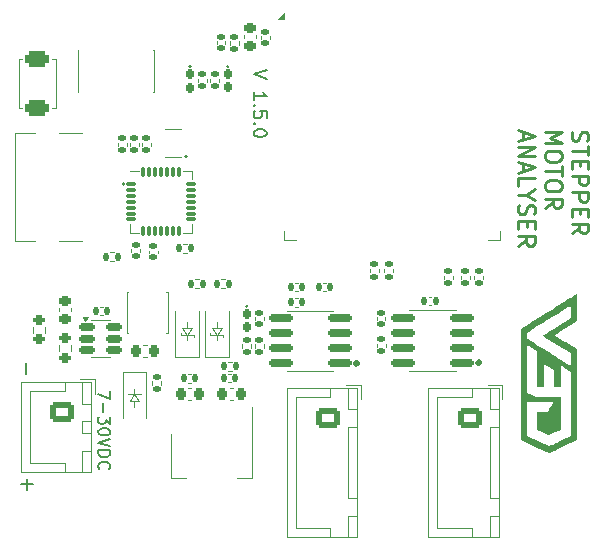
<source format=gbr>
%TF.GenerationSoftware,KiCad,Pcbnew,8.0.6*%
%TF.CreationDate,2025-01-02T16:39:55+00:00*%
%TF.ProjectId,stepper_monitor,73746570-7065-4725-9f6d-6f6e69746f72,rev?*%
%TF.SameCoordinates,Original*%
%TF.FileFunction,Legend,Top*%
%TF.FilePolarity,Positive*%
%FSLAX46Y46*%
G04 Gerber Fmt 4.6, Leading zero omitted, Abs format (unit mm)*
G04 Created by KiCad (PCBNEW 8.0.6) date 2025-01-02 16:39:55*
%MOMM*%
%LPD*%
G01*
G04 APERTURE LIST*
G04 Aperture macros list*
%AMRoundRect*
0 Rectangle with rounded corners*
0 $1 Rounding radius*
0 $2 $3 $4 $5 $6 $7 $8 $9 X,Y pos of 4 corners*
0 Add a 4 corners polygon primitive as box body*
4,1,4,$2,$3,$4,$5,$6,$7,$8,$9,$2,$3,0*
0 Add four circle primitives for the rounded corners*
1,1,$1+$1,$2,$3*
1,1,$1+$1,$4,$5*
1,1,$1+$1,$6,$7*
1,1,$1+$1,$8,$9*
0 Add four rect primitives between the rounded corners*
20,1,$1+$1,$2,$3,$4,$5,0*
20,1,$1+$1,$4,$5,$6,$7,0*
20,1,$1+$1,$6,$7,$8,$9,0*
20,1,$1+$1,$8,$9,$2,$3,0*%
G04 Aperture macros list end*
%ADD10C,0.203200*%
%ADD11C,0.160000*%
%ADD12C,0.155000*%
%ADD13C,0.240000*%
%ADD14C,0.120000*%
%ADD15C,0.170000*%
%ADD16C,0.300000*%
%ADD17C,0.000000*%
%ADD18C,0.100000*%
%ADD19C,0.150000*%
%ADD20RoundRect,0.150000X-0.512500X-0.150000X0.512500X-0.150000X0.512500X0.150000X-0.512500X0.150000X0*%
%ADD21RoundRect,0.200000X0.275000X-0.200000X0.275000X0.200000X-0.275000X0.200000X-0.275000X-0.200000X0*%
%ADD22RoundRect,0.200000X-0.275000X0.200000X-0.275000X-0.200000X0.275000X-0.200000X0.275000X0.200000X0*%
%ADD23R,2.700000X0.800000*%
%ADD24RoundRect,0.225000X-0.250000X0.225000X-0.250000X-0.225000X0.250000X-0.225000X0.250000X0.225000X0*%
%ADD25RoundRect,0.140000X-0.140000X-0.170000X0.140000X-0.170000X0.140000X0.170000X-0.140000X0.170000X0*%
%ADD26RoundRect,0.225000X-0.225000X-0.250000X0.225000X-0.250000X0.225000X0.250000X-0.225000X0.250000X0*%
%ADD27R,1.500000X0.900000*%
%ADD28R,0.900000X1.500000*%
%ADD29C,0.600000*%
%ADD30R,3.800000X3.800000*%
%ADD31RoundRect,0.225000X0.225000X0.250000X-0.225000X0.250000X-0.225000X-0.250000X0.225000X-0.250000X0*%
%ADD32RoundRect,0.140000X0.140000X0.170000X-0.140000X0.170000X-0.140000X-0.170000X0.140000X-0.170000X0*%
%ADD33RoundRect,0.140000X0.170000X-0.140000X0.170000X0.140000X-0.170000X0.140000X-0.170000X-0.140000X0*%
%ADD34RoundRect,0.140000X-0.170000X0.140000X-0.170000X-0.140000X0.170000X-0.140000X0.170000X0.140000X0*%
%ADD35RoundRect,0.135000X-0.185000X0.135000X-0.185000X-0.135000X0.185000X-0.135000X0.185000X0.135000X0*%
%ADD36RoundRect,0.135000X-0.135000X-0.185000X0.135000X-0.185000X0.135000X0.185000X-0.135000X0.185000X0*%
%ADD37RoundRect,0.070000X-0.380000X0.070000X-0.380000X-0.070000X0.380000X-0.070000X0.380000X0.070000X0*%
%ADD38RoundRect,0.070000X-0.070000X0.380000X-0.070000X-0.380000X0.070000X-0.380000X0.070000X0.380000X0*%
%ADD39R,3.200000X3.200000*%
%ADD40C,0.650000*%
%ADD41R,1.150000X0.300000*%
%ADD42R,1.150000X0.600000*%
%ADD43O,2.100000X1.000000*%
%ADD44O,1.800000X1.000000*%
%ADD45RoundRect,0.150000X0.825000X-0.150000X0.825000X0.150000X-0.825000X0.150000X-0.825000X-0.150000X0*%
%ADD46O,1.950000X1.700000*%
%ADD47RoundRect,0.250000X-0.725000X0.600000X-0.725000X-0.600000X0.725000X-0.600000X0.725000X0.600000X0*%
%ADD48R,1.200000X0.900000*%
%ADD49RoundRect,0.135000X0.135000X0.185000X-0.135000X0.185000X-0.135000X-0.185000X0.135000X-0.185000X0*%
%ADD50R,1.500000X2.000000*%
%ADD51R,3.800000X2.000000*%
%ADD52RoundRect,0.350000X-0.650000X0.350000X-0.650000X-0.350000X0.650000X-0.350000X0.650000X0.350000X0*%
%ADD53RoundRect,0.135000X0.185000X-0.135000X0.185000X0.135000X-0.185000X0.135000X-0.185000X-0.135000X0*%
%ADD54RoundRect,0.160000X-0.160000X0.222500X-0.160000X-0.222500X0.160000X-0.222500X0.160000X0.222500X0*%
%ADD55R,0.650000X0.400000*%
%ADD56C,0.800000*%
%ADD57C,6.400000*%
%ADD58RoundRect,0.250000X-0.750000X0.600000X-0.750000X-0.600000X0.750000X-0.600000X0.750000X0.600000X0*%
%ADD59O,2.000000X1.700000*%
%ADD60R,0.740000X2.400000*%
G04 APERTURE END LIST*
D10*
X516190Y3906850D02*
X1483810Y3906850D01*
X1000000Y3423040D02*
X1000000Y4390659D01*
D11*
X21299439Y38989975D02*
X20199439Y38623308D01*
X20199439Y38623308D02*
X21299439Y38256641D01*
X20199439Y36475689D02*
X20199439Y37104261D01*
X20199439Y36789975D02*
X21299439Y36789975D01*
X21299439Y36789975D02*
X21142296Y36894737D01*
X21142296Y36894737D02*
X21037534Y36999499D01*
X21037534Y36999499D02*
X20985153Y37104261D01*
X20304200Y36004261D02*
X20251820Y35951880D01*
X20251820Y35951880D02*
X20199439Y36004261D01*
X20199439Y36004261D02*
X20251820Y36056642D01*
X20251820Y36056642D02*
X20304200Y36004261D01*
X20304200Y36004261D02*
X20199439Y36004261D01*
X21299439Y34956641D02*
X21299439Y35480451D01*
X21299439Y35480451D02*
X20775629Y35532832D01*
X20775629Y35532832D02*
X20828010Y35480451D01*
X20828010Y35480451D02*
X20880391Y35375689D01*
X20880391Y35375689D02*
X20880391Y35113784D01*
X20880391Y35113784D02*
X20828010Y35009022D01*
X20828010Y35009022D02*
X20775629Y34956641D01*
X20775629Y34956641D02*
X20670867Y34904260D01*
X20670867Y34904260D02*
X20408962Y34904260D01*
X20408962Y34904260D02*
X20304200Y34956641D01*
X20304200Y34956641D02*
X20251820Y35009022D01*
X20251820Y35009022D02*
X20199439Y35113784D01*
X20199439Y35113784D02*
X20199439Y35375689D01*
X20199439Y35375689D02*
X20251820Y35480451D01*
X20251820Y35480451D02*
X20304200Y35532832D01*
X20304200Y34432832D02*
X20251820Y34380451D01*
X20251820Y34380451D02*
X20199439Y34432832D01*
X20199439Y34432832D02*
X20251820Y34485213D01*
X20251820Y34485213D02*
X20304200Y34432832D01*
X20304200Y34432832D02*
X20199439Y34432832D01*
X21299439Y33699498D02*
X21299439Y33594736D01*
X21299439Y33594736D02*
X21247058Y33489974D01*
X21247058Y33489974D02*
X21194677Y33437593D01*
X21194677Y33437593D02*
X21089915Y33385212D01*
X21089915Y33385212D02*
X20880391Y33332831D01*
X20880391Y33332831D02*
X20618486Y33332831D01*
X20618486Y33332831D02*
X20408962Y33385212D01*
X20408962Y33385212D02*
X20304200Y33437593D01*
X20304200Y33437593D02*
X20251820Y33489974D01*
X20251820Y33489974D02*
X20199439Y33594736D01*
X20199439Y33594736D02*
X20199439Y33699498D01*
X20199439Y33699498D02*
X20251820Y33804260D01*
X20251820Y33804260D02*
X20304200Y33856641D01*
X20304200Y33856641D02*
X20408962Y33909022D01*
X20408962Y33909022D02*
X20618486Y33961403D01*
X20618486Y33961403D02*
X20880391Y33961403D01*
X20880391Y33961403D02*
X21089915Y33909022D01*
X21089915Y33909022D02*
X21194677Y33856641D01*
X21194677Y33856641D02*
X21247058Y33804260D01*
X21247058Y33804260D02*
X21299439Y33699498D01*
D12*
X8045440Y11833332D02*
X8045440Y11166666D01*
X8045440Y11166666D02*
X7045440Y11595237D01*
X7426393Y10785713D02*
X7426393Y10023809D01*
X8045440Y9642856D02*
X8045440Y9023809D01*
X8045440Y9023809D02*
X7664488Y9357142D01*
X7664488Y9357142D02*
X7664488Y9214285D01*
X7664488Y9214285D02*
X7616869Y9119047D01*
X7616869Y9119047D02*
X7569250Y9071428D01*
X7569250Y9071428D02*
X7474012Y9023809D01*
X7474012Y9023809D02*
X7235917Y9023809D01*
X7235917Y9023809D02*
X7140679Y9071428D01*
X7140679Y9071428D02*
X7093060Y9119047D01*
X7093060Y9119047D02*
X7045440Y9214285D01*
X7045440Y9214285D02*
X7045440Y9499999D01*
X7045440Y9499999D02*
X7093060Y9595237D01*
X7093060Y9595237D02*
X7140679Y9642856D01*
X8045440Y8404761D02*
X8045440Y8309523D01*
X8045440Y8309523D02*
X7997821Y8214285D01*
X7997821Y8214285D02*
X7950202Y8166666D01*
X7950202Y8166666D02*
X7854964Y8119047D01*
X7854964Y8119047D02*
X7664488Y8071428D01*
X7664488Y8071428D02*
X7426393Y8071428D01*
X7426393Y8071428D02*
X7235917Y8119047D01*
X7235917Y8119047D02*
X7140679Y8166666D01*
X7140679Y8166666D02*
X7093060Y8214285D01*
X7093060Y8214285D02*
X7045440Y8309523D01*
X7045440Y8309523D02*
X7045440Y8404761D01*
X7045440Y8404761D02*
X7093060Y8499999D01*
X7093060Y8499999D02*
X7140679Y8547618D01*
X7140679Y8547618D02*
X7235917Y8595237D01*
X7235917Y8595237D02*
X7426393Y8642856D01*
X7426393Y8642856D02*
X7664488Y8642856D01*
X7664488Y8642856D02*
X7854964Y8595237D01*
X7854964Y8595237D02*
X7950202Y8547618D01*
X7950202Y8547618D02*
X7997821Y8499999D01*
X7997821Y8499999D02*
X8045440Y8404761D01*
X8045440Y7785713D02*
X7045440Y7452380D01*
X7045440Y7452380D02*
X8045440Y7119047D01*
X7045440Y6785713D02*
X8045440Y6785713D01*
X8045440Y6785713D02*
X8045440Y6547618D01*
X8045440Y6547618D02*
X7997821Y6404761D01*
X7997821Y6404761D02*
X7902583Y6309523D01*
X7902583Y6309523D02*
X7807345Y6261904D01*
X7807345Y6261904D02*
X7616869Y6214285D01*
X7616869Y6214285D02*
X7474012Y6214285D01*
X7474012Y6214285D02*
X7283536Y6261904D01*
X7283536Y6261904D02*
X7188298Y6309523D01*
X7188298Y6309523D02*
X7093060Y6404761D01*
X7093060Y6404761D02*
X7045440Y6547618D01*
X7045440Y6547618D02*
X7045440Y6785713D01*
X7140679Y5214285D02*
X7093060Y5261904D01*
X7093060Y5261904D02*
X7045440Y5404761D01*
X7045440Y5404761D02*
X7045440Y5499999D01*
X7045440Y5499999D02*
X7093060Y5642856D01*
X7093060Y5642856D02*
X7188298Y5738094D01*
X7188298Y5738094D02*
X7283536Y5785713D01*
X7283536Y5785713D02*
X7474012Y5833332D01*
X7474012Y5833332D02*
X7616869Y5833332D01*
X7616869Y5833332D02*
X7807345Y5785713D01*
X7807345Y5785713D02*
X7902583Y5738094D01*
X7902583Y5738094D02*
X7997821Y5642856D01*
X7997821Y5642856D02*
X8045440Y5499999D01*
X8045440Y5499999D02*
X8045440Y5404761D01*
X8045440Y5404761D02*
X7997821Y5261904D01*
X7997821Y5261904D02*
X7950202Y5214285D01*
D13*
X47185402Y33775439D02*
X47118735Y33575439D01*
X47118735Y33575439D02*
X47118735Y33242106D01*
X47118735Y33242106D02*
X47185402Y33108772D01*
X47185402Y33108772D02*
X47252068Y33042106D01*
X47252068Y33042106D02*
X47385402Y32975439D01*
X47385402Y32975439D02*
X47518735Y32975439D01*
X47518735Y32975439D02*
X47652068Y33042106D01*
X47652068Y33042106D02*
X47718735Y33108772D01*
X47718735Y33108772D02*
X47785402Y33242106D01*
X47785402Y33242106D02*
X47852068Y33508772D01*
X47852068Y33508772D02*
X47918735Y33642106D01*
X47918735Y33642106D02*
X47985402Y33708772D01*
X47985402Y33708772D02*
X48118735Y33775439D01*
X48118735Y33775439D02*
X48252068Y33775439D01*
X48252068Y33775439D02*
X48385402Y33708772D01*
X48385402Y33708772D02*
X48452068Y33642106D01*
X48452068Y33642106D02*
X48518735Y33508772D01*
X48518735Y33508772D02*
X48518735Y33175439D01*
X48518735Y33175439D02*
X48452068Y32975439D01*
X48518735Y32575439D02*
X48518735Y31775439D01*
X47118735Y32175439D02*
X48518735Y32175439D01*
X47852068Y31308772D02*
X47852068Y30842106D01*
X47118735Y30642106D02*
X47118735Y31308772D01*
X47118735Y31308772D02*
X48518735Y31308772D01*
X48518735Y31308772D02*
X48518735Y30642106D01*
X47118735Y30042105D02*
X48518735Y30042105D01*
X48518735Y30042105D02*
X48518735Y29508772D01*
X48518735Y29508772D02*
X48452068Y29375439D01*
X48452068Y29375439D02*
X48385402Y29308772D01*
X48385402Y29308772D02*
X48252068Y29242105D01*
X48252068Y29242105D02*
X48052068Y29242105D01*
X48052068Y29242105D02*
X47918735Y29308772D01*
X47918735Y29308772D02*
X47852068Y29375439D01*
X47852068Y29375439D02*
X47785402Y29508772D01*
X47785402Y29508772D02*
X47785402Y30042105D01*
X47118735Y28642105D02*
X48518735Y28642105D01*
X48518735Y28642105D02*
X48518735Y28108772D01*
X48518735Y28108772D02*
X48452068Y27975439D01*
X48452068Y27975439D02*
X48385402Y27908772D01*
X48385402Y27908772D02*
X48252068Y27842105D01*
X48252068Y27842105D02*
X48052068Y27842105D01*
X48052068Y27842105D02*
X47918735Y27908772D01*
X47918735Y27908772D02*
X47852068Y27975439D01*
X47852068Y27975439D02*
X47785402Y28108772D01*
X47785402Y28108772D02*
X47785402Y28642105D01*
X47852068Y27242105D02*
X47852068Y26775439D01*
X47118735Y26575439D02*
X47118735Y27242105D01*
X47118735Y27242105D02*
X48518735Y27242105D01*
X48518735Y27242105D02*
X48518735Y26575439D01*
X47118735Y25175438D02*
X47785402Y25642105D01*
X47118735Y25975438D02*
X48518735Y25975438D01*
X48518735Y25975438D02*
X48518735Y25442105D01*
X48518735Y25442105D02*
X48452068Y25308772D01*
X48452068Y25308772D02*
X48385402Y25242105D01*
X48385402Y25242105D02*
X48252068Y25175438D01*
X48252068Y25175438D02*
X48052068Y25175438D01*
X48052068Y25175438D02*
X47918735Y25242105D01*
X47918735Y25242105D02*
X47852068Y25308772D01*
X47852068Y25308772D02*
X47785402Y25442105D01*
X47785402Y25442105D02*
X47785402Y25975438D01*
X44864813Y33708772D02*
X46264813Y33708772D01*
X46264813Y33708772D02*
X45264813Y33242106D01*
X45264813Y33242106D02*
X46264813Y32775439D01*
X46264813Y32775439D02*
X44864813Y32775439D01*
X46264813Y31842106D02*
X46264813Y31575439D01*
X46264813Y31575439D02*
X46198146Y31442106D01*
X46198146Y31442106D02*
X46064813Y31308772D01*
X46064813Y31308772D02*
X45798146Y31242106D01*
X45798146Y31242106D02*
X45331480Y31242106D01*
X45331480Y31242106D02*
X45064813Y31308772D01*
X45064813Y31308772D02*
X44931480Y31442106D01*
X44931480Y31442106D02*
X44864813Y31575439D01*
X44864813Y31575439D02*
X44864813Y31842106D01*
X44864813Y31842106D02*
X44931480Y31975439D01*
X44931480Y31975439D02*
X45064813Y32108772D01*
X45064813Y32108772D02*
X45331480Y32175439D01*
X45331480Y32175439D02*
X45798146Y32175439D01*
X45798146Y32175439D02*
X46064813Y32108772D01*
X46064813Y32108772D02*
X46198146Y31975439D01*
X46198146Y31975439D02*
X46264813Y31842106D01*
X46264813Y30842105D02*
X46264813Y30042105D01*
X44864813Y30442105D02*
X46264813Y30442105D01*
X46264813Y29308772D02*
X46264813Y29042105D01*
X46264813Y29042105D02*
X46198146Y28908772D01*
X46198146Y28908772D02*
X46064813Y28775438D01*
X46064813Y28775438D02*
X45798146Y28708772D01*
X45798146Y28708772D02*
X45331480Y28708772D01*
X45331480Y28708772D02*
X45064813Y28775438D01*
X45064813Y28775438D02*
X44931480Y28908772D01*
X44931480Y28908772D02*
X44864813Y29042105D01*
X44864813Y29042105D02*
X44864813Y29308772D01*
X44864813Y29308772D02*
X44931480Y29442105D01*
X44931480Y29442105D02*
X45064813Y29575438D01*
X45064813Y29575438D02*
X45331480Y29642105D01*
X45331480Y29642105D02*
X45798146Y29642105D01*
X45798146Y29642105D02*
X46064813Y29575438D01*
X46064813Y29575438D02*
X46198146Y29442105D01*
X46198146Y29442105D02*
X46264813Y29308772D01*
X44864813Y27308771D02*
X45531480Y27775438D01*
X44864813Y28108771D02*
X46264813Y28108771D01*
X46264813Y28108771D02*
X46264813Y27575438D01*
X46264813Y27575438D02*
X46198146Y27442105D01*
X46198146Y27442105D02*
X46131480Y27375438D01*
X46131480Y27375438D02*
X45998146Y27308771D01*
X45998146Y27308771D02*
X45798146Y27308771D01*
X45798146Y27308771D02*
X45664813Y27375438D01*
X45664813Y27375438D02*
X45598146Y27442105D01*
X45598146Y27442105D02*
X45531480Y27575438D01*
X45531480Y27575438D02*
X45531480Y28108771D01*
X43010891Y33775439D02*
X43010891Y33108772D01*
X42610891Y33908772D02*
X44010891Y33442106D01*
X44010891Y33442106D02*
X42610891Y32975439D01*
X42610891Y32508772D02*
X44010891Y32508772D01*
X44010891Y32508772D02*
X42610891Y31708772D01*
X42610891Y31708772D02*
X44010891Y31708772D01*
X43010891Y31108772D02*
X43010891Y30442105D01*
X42610891Y31242105D02*
X44010891Y30775439D01*
X44010891Y30775439D02*
X42610891Y30308772D01*
X42610891Y29175439D02*
X42610891Y29842105D01*
X42610891Y29842105D02*
X44010891Y29842105D01*
X43277558Y28442106D02*
X42610891Y28442106D01*
X44010891Y28908772D02*
X43277558Y28442106D01*
X43277558Y28442106D02*
X44010891Y27975439D01*
X42677558Y27575439D02*
X42610891Y27375439D01*
X42610891Y27375439D02*
X42610891Y27042106D01*
X42610891Y27042106D02*
X42677558Y26908772D01*
X42677558Y26908772D02*
X42744224Y26842106D01*
X42744224Y26842106D02*
X42877558Y26775439D01*
X42877558Y26775439D02*
X43010891Y26775439D01*
X43010891Y26775439D02*
X43144224Y26842106D01*
X43144224Y26842106D02*
X43210891Y26908772D01*
X43210891Y26908772D02*
X43277558Y27042106D01*
X43277558Y27042106D02*
X43344224Y27308772D01*
X43344224Y27308772D02*
X43410891Y27442106D01*
X43410891Y27442106D02*
X43477558Y27508772D01*
X43477558Y27508772D02*
X43610891Y27575439D01*
X43610891Y27575439D02*
X43744224Y27575439D01*
X43744224Y27575439D02*
X43877558Y27508772D01*
X43877558Y27508772D02*
X43944224Y27442106D01*
X43944224Y27442106D02*
X44010891Y27308772D01*
X44010891Y27308772D02*
X44010891Y26975439D01*
X44010891Y26975439D02*
X43944224Y26775439D01*
X43344224Y26175439D02*
X43344224Y25708773D01*
X42610891Y25508773D02*
X42610891Y26175439D01*
X42610891Y26175439D02*
X44010891Y26175439D01*
X44010891Y26175439D02*
X44010891Y25508773D01*
X42610891Y24108772D02*
X43277558Y24575439D01*
X42610891Y24908772D02*
X44010891Y24908772D01*
X44010891Y24908772D02*
X44010891Y24375439D01*
X44010891Y24375439D02*
X43944224Y24242106D01*
X43944224Y24242106D02*
X43877558Y24175439D01*
X43877558Y24175439D02*
X43744224Y24108772D01*
X43744224Y24108772D02*
X43544224Y24108772D01*
X43544224Y24108772D02*
X43410891Y24175439D01*
X43410891Y24175439D02*
X43344224Y24242106D01*
X43344224Y24242106D02*
X43277558Y24375439D01*
X43277558Y24375439D02*
X43277558Y24908772D01*
D10*
X906850Y14183809D02*
X906850Y13216190D01*
D14*
%TO.C,U1*%
X7250000Y17810000D02*
X6450000Y17810000D01*
X7250000Y17810000D02*
X8050000Y17810000D01*
X7250000Y14690000D02*
X6450000Y14690000D01*
X7250000Y14690000D02*
X8050000Y14690000D01*
X5950000Y17760000D02*
X5710000Y18090000D01*
X6190000Y18090000D01*
X5950000Y17760000D01*
G36*
X5950000Y17760000D02*
G01*
X5710000Y18090000D01*
X6190000Y18090000D01*
X5950000Y17760000D01*
G37*
%TO.C,R22*%
X3677500Y15212742D02*
X3677500Y15687258D01*
X4722500Y15212742D02*
X4722500Y15687258D01*
%TO.C,R21*%
X2522500Y17237258D02*
X2522500Y16762742D01*
X1477500Y17237258D02*
X1477500Y16762742D01*
%TO.C,L1*%
X9440000Y16690000D02*
X9440000Y20210000D01*
X12960000Y16690000D02*
X12960000Y20210000D01*
X9440000Y16690000D02*
X9590000Y16690000D01*
X9440000Y20210000D02*
X9590000Y20210000D01*
X12960000Y16690000D02*
X12810000Y16690000D01*
X12960000Y20210000D02*
X12810000Y20210000D01*
%TO.C,C3*%
X4710000Y18840580D02*
X4710000Y18559420D01*
X3690000Y18840580D02*
X3690000Y18559420D01*
%TO.C,C2*%
X7192164Y18960000D02*
X7407836Y18960000D01*
X7192164Y18240000D02*
X7407836Y18240000D01*
%TO.C,C1*%
X10859420Y15710000D02*
X11140580Y15710000D01*
X10859420Y14690000D02*
X11140580Y14690000D01*
%TO.C,U7*%
X22780000Y25370000D02*
X22780000Y24590000D01*
X22780000Y24590000D02*
X23780000Y24590000D01*
X41020000Y25370000D02*
X41020000Y24590000D01*
X41020000Y24590000D02*
X40020000Y24590000D01*
X22775000Y43285000D02*
X22275000Y43285000D01*
X22775000Y43785000D01*
X22775000Y43285000D01*
G36*
X22775000Y43285000D02*
G01*
X22275000Y43285000D01*
X22775000Y43785000D01*
X22775000Y43285000D01*
G37*
%TO.C,C8*%
X14658164Y12522400D02*
X14873836Y12522400D01*
X14658164Y13242400D02*
X14873836Y13242400D01*
%TO.C,C10*%
X18462580Y11077000D02*
X18181420Y11077000D01*
X18462580Y12097000D02*
X18181420Y12097000D01*
%TO.C,C11*%
X18277436Y12547800D02*
X18061764Y12547800D01*
X18277436Y13267800D02*
X18061764Y13267800D01*
%TO.C,C4*%
X12060000Y23492164D02*
X12060000Y23707836D01*
X11340000Y23492164D02*
X11340000Y23707836D01*
%TO.C,C7*%
X10560000Y23807836D02*
X10560000Y23592164D01*
X9840000Y23807836D02*
X9840000Y23592164D01*
%TO.C,R6*%
X19974200Y15772441D02*
X19974200Y15465159D01*
X19214200Y15772441D02*
X19214200Y15465159D01*
%TO.C,R1*%
X15469600Y38260541D02*
X15469600Y37953259D01*
X16229600Y38260541D02*
X16229600Y37953259D01*
%TO.C,R2*%
X16536400Y38260541D02*
X16536400Y37953259D01*
X17296400Y38260541D02*
X17296400Y37953259D01*
%TO.C,R7*%
X14246359Y24280000D02*
X14553641Y24280000D01*
X14246359Y23520000D02*
X14553641Y23520000D01*
%TO.C,U2*%
X9743800Y25228284D02*
X9743800Y25953284D01*
X10468800Y30448284D02*
X9743800Y30448284D01*
X10468800Y25228284D02*
X9743800Y25228284D01*
X14238800Y30448284D02*
X14963800Y30448284D01*
X14238800Y25228284D02*
X14963800Y25228284D01*
X14963800Y30448284D02*
X14963800Y29723284D01*
X14963800Y25228284D02*
X14963800Y25953284D01*
D15*
X9238800Y29338284D02*
G75*
G02*
X9068800Y29338284I-85000J0D01*
G01*
X9068800Y29338284D02*
G75*
G02*
X9238800Y29338284I85000J0D01*
G01*
D14*
%TO.C,J4*%
X-400Y33637400D02*
X1704600Y33637400D01*
X-400Y24477400D02*
X-400Y33637400D01*
X1704600Y24477400D02*
X-400Y24477400D01*
X3714600Y24477400D02*
X5634600Y24477400D01*
X5634600Y33637400D02*
X3714600Y33637400D01*
%TO.C,R4*%
X8687800Y32843441D02*
X8687800Y32536159D01*
X9447800Y32843441D02*
X9447800Y32536159D01*
%TO.C,R5*%
X8046359Y23580000D02*
X8353641Y23580000D01*
X8046359Y22820000D02*
X8353641Y22820000D01*
%TO.C,C14*%
X35031164Y19068800D02*
X35246836Y19068800D01*
X35031164Y19788800D02*
X35246836Y19788800D01*
%TO.C,U4*%
D16*
X39392200Y14201400D02*
G75*
G02*
X39092200Y14201400I-150000J0D01*
G01*
X39092200Y14201400D02*
G75*
G02*
X39392200Y14201400I150000J0D01*
G01*
D14*
X37292200Y13541400D02*
X33392200Y13541400D01*
X35342200Y18661400D02*
X37292200Y18661400D01*
X35342200Y18661400D02*
X33392200Y18661400D01*
%TO.C,R17*%
X39654800Y21589641D02*
X39654800Y21282359D01*
X38894800Y21589641D02*
X38894800Y21282359D01*
%TO.C,C15*%
X31358800Y18038036D02*
X31358800Y17822364D01*
X30638800Y18038036D02*
X30638800Y17822364D01*
%TO.C,R19*%
X31378800Y15823241D02*
X31378800Y15515959D01*
X30618800Y15823241D02*
X30618800Y15515959D01*
D17*
%TO.C,G\u002A\u002A\u002A*%
G36*
X47590958Y18900499D02*
G01*
X47587376Y17734606D01*
X46628225Y17141665D01*
X46479278Y17049412D01*
X46337412Y16961204D01*
X46204410Y16878171D01*
X46082051Y16801438D01*
X45972117Y16732135D01*
X45876389Y16671389D01*
X45796647Y16620326D01*
X45734672Y16580077D01*
X45692245Y16551766D01*
X45671147Y16536524D01*
X45669074Y16534292D01*
X45680706Y16524862D01*
X45714414Y16501893D01*
X45768417Y16466515D01*
X45840935Y16419853D01*
X45930186Y16363036D01*
X46034390Y16297192D01*
X46151765Y16223447D01*
X46280530Y16142930D01*
X46418904Y16056768D01*
X46565107Y15966088D01*
X46628225Y15927046D01*
X47587376Y15334233D01*
X47590902Y11491265D01*
X47594427Y7648298D01*
X46463724Y7128111D01*
X46294393Y7050215D01*
X46130989Y6975057D01*
X45975489Y6903545D01*
X45829870Y6836588D01*
X45696109Y6775095D01*
X45576184Y6719975D01*
X45472072Y6672136D01*
X45385749Y6632487D01*
X45319192Y6601936D01*
X45274378Y6581393D01*
X45254618Y6572369D01*
X45176215Y6536814D01*
X43994420Y7080929D01*
X42812624Y7625045D01*
X42809103Y12343630D01*
X42808786Y12775670D01*
X42808501Y13180586D01*
X42808253Y13559260D01*
X42808174Y13694564D01*
X43337707Y13694564D01*
X43337707Y11638743D01*
X43738208Y11454212D01*
X44138710Y11269680D01*
X45159432Y11269680D01*
X46180155Y11269680D01*
X46180110Y9907966D01*
X46180065Y8546251D01*
X45686532Y8318690D01*
X45576734Y8268214D01*
X45474765Y8221627D01*
X45383449Y8180198D01*
X45305613Y8145195D01*
X45244081Y8117889D01*
X45201679Y8099547D01*
X45181232Y8091438D01*
X45179958Y8091154D01*
X45164700Y8096847D01*
X45126935Y8113048D01*
X45069548Y8138460D01*
X44995426Y8171783D01*
X44907455Y8211721D01*
X44808521Y8256975D01*
X44701511Y8306246D01*
X44693258Y8310058D01*
X44219600Y8528937D01*
X44223224Y9265709D01*
X44226847Y10002481D01*
X44660915Y10006211D01*
X45094984Y10009942D01*
X45322520Y10448337D01*
X45375344Y10550374D01*
X45423829Y10644525D01*
X45466511Y10727914D01*
X45501929Y10797661D01*
X45528621Y10850889D01*
X45545123Y10884720D01*
X45550055Y10896178D01*
X45536405Y10897658D01*
X45496859Y10899066D01*
X45433527Y10900385D01*
X45348518Y10901597D01*
X45243941Y10902684D01*
X45121905Y10903628D01*
X44984520Y10904410D01*
X44833894Y10905013D01*
X44672136Y10905419D01*
X44501357Y10905610D01*
X44443881Y10905623D01*
X43337707Y10905623D01*
X43337707Y9437844D01*
X43337707Y7970065D01*
X44257550Y7546514D01*
X45177393Y7122963D01*
X45395229Y7222782D01*
X45449936Y7247881D01*
X45526810Y7283195D01*
X45622584Y7327220D01*
X45733990Y7378455D01*
X45857761Y7435395D01*
X45990629Y7496537D01*
X46129326Y7560379D01*
X46270586Y7625417D01*
X46334179Y7654702D01*
X47055292Y7986803D01*
X47058828Y10712455D01*
X47062364Y13438107D01*
X46624760Y13711663D01*
X46187156Y13985220D01*
X46183553Y13082522D01*
X46179950Y12179824D01*
X45900008Y12179824D01*
X45620066Y12179824D01*
X45620066Y12883442D01*
X45620066Y13587060D01*
X45203501Y13847418D01*
X44786935Y14107776D01*
X44783339Y13143800D01*
X44779742Y12179824D01*
X44499794Y12179824D01*
X44219846Y12179824D01*
X44219846Y13697368D01*
X44219846Y15214913D01*
X43791485Y15482649D01*
X43692721Y15544166D01*
X43601296Y15600703D01*
X43519955Y15650594D01*
X43451442Y15692173D01*
X43398502Y15723773D01*
X43363879Y15743729D01*
X43350416Y15750386D01*
X43348762Y15736571D01*
X43347196Y15695872D01*
X43345724Y15629412D01*
X43344354Y15538311D01*
X43343091Y15423690D01*
X43341944Y15286671D01*
X43340919Y15128374D01*
X43340023Y14949921D01*
X43339262Y14752434D01*
X43338645Y14537032D01*
X43338177Y14304838D01*
X43337866Y14056973D01*
X43337719Y13794557D01*
X43337707Y13694564D01*
X42808174Y13694564D01*
X42808046Y13912572D01*
X42807884Y14241404D01*
X42807771Y14546636D01*
X42807710Y14829150D01*
X42807705Y15089827D01*
X42807760Y15329547D01*
X42807880Y15549191D01*
X42808068Y15749641D01*
X42808328Y15931777D01*
X42808664Y16096480D01*
X42809079Y16244632D01*
X42809579Y16377114D01*
X42810166Y16494805D01*
X42810268Y16510413D01*
X43337707Y16510413D01*
X43337707Y16507065D01*
X43338016Y16419432D01*
X43339214Y16355544D01*
X43341710Y16311148D01*
X43345911Y16281987D01*
X43350416Y16269014D01*
X43352224Y16263808D01*
X43361058Y16252355D01*
X43362211Y16251315D01*
X43376692Y16241548D01*
X43413224Y16218050D01*
X43470244Y16181795D01*
X43546193Y16133758D01*
X43639510Y16074916D01*
X43748634Y16006244D01*
X43872005Y15928716D01*
X44008061Y15843309D01*
X44155244Y15750997D01*
X44311991Y15652756D01*
X44476742Y15549562D01*
X44647936Y15442389D01*
X44824014Y15332214D01*
X45003414Y15220011D01*
X45184575Y15106755D01*
X45365938Y14993423D01*
X45545940Y14880990D01*
X45723023Y14770430D01*
X45895625Y14662720D01*
X46062185Y14558834D01*
X46221143Y14459749D01*
X46370938Y14366439D01*
X46510011Y14279879D01*
X46636799Y14201046D01*
X46749742Y14130914D01*
X46847280Y14070458D01*
X46927852Y14020656D01*
X46989898Y13982480D01*
X47031857Y13956908D01*
X47052168Y13944914D01*
X47053856Y13944101D01*
X47055744Y13957595D01*
X47057478Y13996042D01*
X47059008Y14056391D01*
X47060287Y14135590D01*
X47061268Y14230590D01*
X47061902Y14338339D01*
X47062142Y14455785D01*
X47062141Y14472685D01*
X47061989Y15001268D01*
X45850851Y15749586D01*
X45667106Y15863311D01*
X45494625Y15970452D01*
X45334640Y16070226D01*
X45188384Y16161853D01*
X45057087Y16244551D01*
X44941983Y16317536D01*
X44844304Y16380028D01*
X44765280Y16431245D01*
X44706144Y16470404D01*
X44668128Y16496723D01*
X44652464Y16509422D01*
X44652192Y16510384D01*
X44665610Y16519343D01*
X44701242Y16542006D01*
X44757476Y16577369D01*
X44832694Y16624428D01*
X44925283Y16682178D01*
X45033628Y16749614D01*
X45156114Y16825732D01*
X45291126Y16909526D01*
X45437048Y16999994D01*
X45592267Y17096128D01*
X45755166Y17196926D01*
X45859982Y17261736D01*
X47055292Y18000609D01*
X47058961Y18527757D01*
X47059691Y18682652D01*
X47059523Y18810013D01*
X47058449Y18910298D01*
X47056458Y18983963D01*
X47053543Y19031466D01*
X47049692Y19053264D01*
X47048068Y19054906D01*
X47035362Y19047646D01*
X47000473Y19026514D01*
X46944966Y18992485D01*
X46870402Y18946532D01*
X46778345Y18889632D01*
X46670358Y18822756D01*
X46548005Y18746880D01*
X46412849Y18662979D01*
X46266452Y18572025D01*
X46110378Y18474994D01*
X45946190Y18372860D01*
X45775451Y18266597D01*
X45599725Y18157179D01*
X45420574Y18045580D01*
X45239562Y17932775D01*
X45058251Y17819738D01*
X44878206Y17707443D01*
X44700988Y17596865D01*
X44528162Y17488977D01*
X44361291Y17384755D01*
X44201937Y17285171D01*
X44051663Y17191201D01*
X43912034Y17103818D01*
X43784612Y17023998D01*
X43670960Y16952713D01*
X43572642Y16890939D01*
X43491220Y16839650D01*
X43428257Y16799819D01*
X43385318Y16772422D01*
X43371755Y16763631D01*
X43359272Y16754696D01*
X43350288Y16743904D01*
X43344226Y16726921D01*
X43340513Y16699413D01*
X43338571Y16657048D01*
X43337828Y16595493D01*
X43337707Y16510413D01*
X42810268Y16510413D01*
X42810844Y16598588D01*
X42811618Y16689343D01*
X42812492Y16767952D01*
X42813468Y16835295D01*
X42814552Y16892253D01*
X42815747Y16939707D01*
X42817056Y16978539D01*
X42818485Y17009629D01*
X42820036Y17033858D01*
X42821714Y17052107D01*
X42823523Y17065257D01*
X42825466Y17074190D01*
X42827547Y17079785D01*
X42829771Y17082925D01*
X42830107Y17083229D01*
X42844279Y17092652D01*
X42881060Y17116179D01*
X42939300Y17153091D01*
X43017850Y17202666D01*
X43115561Y17264185D01*
X43231282Y17336926D01*
X43363864Y17420169D01*
X43512159Y17513193D01*
X43675015Y17615278D01*
X43851286Y17725702D01*
X44039819Y17843745D01*
X44239467Y17968686D01*
X44449080Y18099805D01*
X44667508Y18236381D01*
X44893602Y18377694D01*
X45126213Y18523022D01*
X45192999Y18564737D01*
X45427333Y18711102D01*
X45655541Y18853648D01*
X45876468Y18991655D01*
X46088963Y19124402D01*
X46291870Y19251168D01*
X46484036Y19371232D01*
X46664307Y19483874D01*
X46831531Y19588371D01*
X46984552Y19684004D01*
X47048068Y19723704D01*
X47122218Y19770051D01*
X47243374Y19845791D01*
X47346868Y19910503D01*
X47431545Y19963467D01*
X47496252Y20003961D01*
X47539835Y20031264D01*
X47561140Y20044655D01*
X47562953Y20045812D01*
X47594539Y20066392D01*
X47590958Y18900499D01*
G37*
D14*
%TO.C,J1*%
X29250000Y11100000D02*
X29250000Y12350000D01*
X29250000Y12350000D02*
X28000000Y12350000D01*
X28960000Y-560000D02*
X28960000Y12060000D01*
X28960000Y12060000D02*
X22990000Y12060000D01*
X28950000Y-550000D02*
X28950000Y1250000D01*
X28950000Y1250000D02*
X28200000Y1250000D01*
X28950000Y2750000D02*
X28950000Y8750000D01*
X28950000Y8750000D02*
X28200000Y8750000D01*
X28950000Y10250000D02*
X28950000Y12050000D01*
X28950000Y12050000D02*
X28200000Y12050000D01*
X28200000Y-550000D02*
X28950000Y-550000D01*
X28200000Y1250000D02*
X28200000Y-550000D01*
X28200000Y2750000D02*
X28950000Y2750000D01*
X28200000Y8750000D02*
X28200000Y2750000D01*
X28200000Y10250000D02*
X28950000Y10250000D01*
X28200000Y12050000D02*
X28200000Y10250000D01*
X26700000Y-550000D02*
X26700000Y200000D01*
X26700000Y200000D02*
X23750000Y200000D01*
X26700000Y11300000D02*
X23750000Y11300000D01*
X26700000Y12050000D02*
X26700000Y11300000D01*
X23750000Y200000D02*
X23750000Y5750000D01*
X23750000Y11300000D02*
X23750000Y5750000D01*
X22990000Y-560000D02*
X28960000Y-560000D01*
X22990000Y12060000D02*
X22990000Y-560000D01*
%TO.C,C12*%
X20410000Y41940580D02*
X20410000Y41659420D01*
X19390000Y41940580D02*
X19390000Y41659420D01*
%TO.C,D6*%
X15565000Y14654200D02*
X15565000Y18554200D01*
D18*
X15115000Y16404200D02*
X15115000Y16554200D01*
X14965000Y17154200D02*
X14565000Y16554200D01*
X14565000Y16154200D02*
X14565000Y16554200D01*
X14565000Y16554200D02*
X15115000Y16554200D01*
X14565000Y16554200D02*
X14165000Y17154200D01*
X14565000Y16554200D02*
X14015000Y16554200D01*
X14565000Y17154200D02*
X14565000Y17654200D01*
X14165000Y17154200D02*
X14965000Y17154200D01*
X14015000Y16554200D02*
X14015000Y16704200D01*
D14*
X13565000Y14654200D02*
X15565000Y14654200D01*
X13565000Y14654200D02*
X13565000Y18554200D01*
%TO.C,R16*%
X18348641Y13518400D02*
X18041359Y13518400D01*
X18348641Y14278400D02*
X18041359Y14278400D01*
%TO.C,U3*%
X20030200Y4420000D02*
X18770200Y4420000D01*
X20030200Y10430000D02*
X20030200Y4420000D01*
X13210200Y4420000D02*
X14470200Y4420000D01*
X13210200Y8180000D02*
X13210200Y4420000D01*
%TO.C,C9*%
X17812600Y41405636D02*
X17812600Y41189964D01*
X17092600Y41405636D02*
X17092600Y41189964D01*
%TO.C,R8*%
X15553641Y21280000D02*
X15246359Y21280000D01*
X15553641Y20520000D02*
X15246359Y20520000D01*
%TO.C,C18*%
X21046400Y18063436D02*
X21046400Y17847764D01*
X20326400Y18063436D02*
X20326400Y17847764D01*
%TO.C,C16*%
X26301636Y20240000D02*
X26085964Y20240000D01*
X26301636Y20960000D02*
X26085964Y20960000D01*
%TO.C,R18*%
X38486400Y21589641D02*
X38486400Y21282359D01*
X37726400Y21589641D02*
X37726400Y21282359D01*
%TO.C,R15*%
X30785800Y22168641D02*
X30785800Y21861359D01*
X30025800Y22168641D02*
X30025800Y21861359D01*
%TO.C,SW1*%
X309600Y39913800D02*
X609600Y39913800D01*
X309600Y35773800D02*
X309600Y39913800D01*
X609600Y35773800D02*
X309600Y35773800D01*
X3149600Y39913800D02*
X3449600Y39913800D01*
X3449600Y39913800D02*
X3449600Y35773800D01*
X3449600Y35773800D02*
X3149600Y35773800D01*
%TO.C,D3*%
X11100000Y13450000D02*
X11100000Y9550000D01*
X11100000Y13450000D02*
X9100000Y13450000D01*
D18*
X10500000Y10950000D02*
X9700000Y10950000D01*
X10100000Y10950000D02*
X10100000Y10450000D01*
X10100000Y11550000D02*
X10650000Y11550000D01*
X10100000Y11550000D02*
X10500000Y10950000D01*
X10100000Y11550000D02*
X9550000Y11550000D01*
X10100000Y11950000D02*
X10100000Y11550000D01*
X9700000Y10950000D02*
X10100000Y11550000D01*
D14*
X9100000Y13450000D02*
X9100000Y9550000D01*
%TO.C,R11*%
X10719800Y32843441D02*
X10719800Y32536159D01*
X11479800Y32843441D02*
X11479800Y32536159D01*
%TO.C,R3*%
X11620000Y12346359D02*
X11620000Y12653641D01*
X12380000Y12346359D02*
X12380000Y12653641D01*
%TO.C,D1*%
D19*
X14883200Y39281500D02*
G75*
G02*
X14733200Y39281500I-75000J0D01*
G01*
X14733200Y39281500D02*
G75*
G02*
X14883200Y39281500I75000J0D01*
G01*
D14*
%TO.C,R12*%
X18950200Y41146359D02*
X18950200Y41453641D01*
X18190200Y41146359D02*
X18190200Y41453641D01*
%TO.C,R14*%
X32005000Y22168641D02*
X32005000Y21861359D01*
X31245000Y22168641D02*
X31245000Y21861359D01*
%TO.C,C13*%
X21560000Y41652164D02*
X21560000Y41867836D01*
X20840000Y41652164D02*
X20840000Y41867836D01*
%TO.C,Q1*%
X12685800Y31656800D02*
X14085800Y31656800D01*
X14085800Y33976800D02*
X12685800Y33976800D01*
D15*
X14570800Y31666800D02*
G75*
G02*
X14400800Y31666800I-85000J0D01*
G01*
X14400800Y31666800D02*
G75*
G02*
X14570800Y31666800I85000J0D01*
G01*
%TO.C,D4*%
D19*
X19669200Y18977800D02*
G75*
G02*
X19519200Y18977800I-75000J0D01*
G01*
X19519200Y18977800D02*
G75*
G02*
X19669200Y18977800I75000J0D01*
G01*
D14*
%TO.C,R9*%
X17753641Y20520000D02*
X17446359Y20520000D01*
X17753641Y21280000D02*
X17446359Y21280000D01*
%TO.C,R20*%
X21066400Y15797841D02*
X21066400Y15490559D01*
X20306400Y15797841D02*
X20306400Y15490559D01*
%TO.C,D2*%
D19*
X18067100Y39285400D02*
G75*
G02*
X17917100Y39285400I-75000J0D01*
G01*
X17917100Y39285400D02*
G75*
G02*
X18067100Y39285400I75000J0D01*
G01*
D14*
%TO.C,J3*%
X490000Y12560000D02*
X490000Y4940000D01*
X490000Y4940000D02*
X6460000Y4940000D01*
X1250000Y11800000D02*
X1250000Y8750000D01*
X1250000Y5700000D02*
X1250000Y8750000D01*
X4200000Y12550000D02*
X4200000Y11800000D01*
X4200000Y11800000D02*
X1250000Y11800000D01*
X4200000Y5700000D02*
X1250000Y5700000D01*
X4200000Y4950000D02*
X4200000Y5700000D01*
X5700000Y12550000D02*
X5700000Y10750000D01*
X5700000Y10750000D02*
X6450000Y10750000D01*
X5700000Y9250000D02*
X5700000Y8250000D01*
X5700000Y8250000D02*
X6450000Y8250000D01*
X5700000Y6750000D02*
X5700000Y4950000D01*
X5700000Y4950000D02*
X6450000Y4950000D01*
X6450000Y12550000D02*
X5700000Y12550000D01*
X6450000Y10750000D02*
X6450000Y12550000D01*
X6450000Y9250000D02*
X5700000Y9250000D01*
X6450000Y8250000D02*
X6450000Y9250000D01*
X6450000Y6750000D02*
X5700000Y6750000D01*
X6450000Y4950000D02*
X6450000Y6750000D01*
X6460000Y12560000D02*
X490000Y12560000D01*
X6460000Y4940000D02*
X6460000Y12560000D01*
X6750000Y12850000D02*
X5500000Y12850000D01*
X6750000Y11600000D02*
X6750000Y12850000D01*
%TO.C,U5*%
D16*
X29054400Y14150600D02*
G75*
G02*
X28754400Y14150600I-150000J0D01*
G01*
X28754400Y14150600D02*
G75*
G02*
X29054400Y14150600I150000J0D01*
G01*
D14*
X26954400Y13490600D02*
X23054400Y13490600D01*
X25004400Y18610600D02*
X26954400Y18610600D01*
X25004400Y18610600D02*
X23054400Y18610600D01*
%TO.C,C19*%
X23698364Y20240000D02*
X23914036Y20240000D01*
X23698364Y20960000D02*
X23914036Y20960000D01*
%TO.C,C17*%
X23728164Y18967200D02*
X23943836Y18967200D01*
X23728164Y19687200D02*
X23943836Y19687200D01*
%TO.C,C6*%
X14650820Y11051600D02*
X14931980Y11051600D01*
X14650820Y12071600D02*
X14931980Y12071600D01*
%TO.C,R13*%
X37064000Y21589641D02*
X37064000Y21282359D01*
X36304000Y21589641D02*
X36304000Y21282359D01*
%TO.C,R10*%
X9703800Y32536159D02*
X9703800Y32843441D01*
X10463800Y32536159D02*
X10463800Y32843441D01*
%TO.C,J5*%
X11769400Y37120200D02*
X11704400Y37120200D01*
X11769400Y40650200D02*
X11769400Y37120200D01*
X11769400Y40650200D02*
X11704400Y40650200D01*
X5364400Y37120200D02*
X5299400Y37120200D01*
X5364400Y40650200D02*
X5299400Y40650200D01*
X5299400Y40650200D02*
X5299400Y37120200D01*
%TO.C,D5*%
X18079600Y14654200D02*
X18079600Y18554200D01*
D18*
X17629600Y16404200D02*
X17629600Y16554200D01*
X17479600Y17154200D02*
X17079600Y16554200D01*
X17079600Y16154200D02*
X17079600Y16554200D01*
X17079600Y16554200D02*
X17629600Y16554200D01*
X17079600Y16554200D02*
X16679600Y17154200D01*
X17079600Y16554200D02*
X16529600Y16554200D01*
X17079600Y17154200D02*
X17079600Y17654200D01*
X16679600Y17154200D02*
X17479600Y17154200D01*
X16529600Y16554200D02*
X16529600Y16704200D01*
D14*
X16079600Y14654200D02*
X18079600Y14654200D01*
X16079600Y14654200D02*
X16079600Y18554200D01*
%TO.C,J2*%
X41250000Y11100000D02*
X41250000Y12350000D01*
X41250000Y12350000D02*
X40000000Y12350000D01*
X40960000Y-560000D02*
X40960000Y12060000D01*
X40960000Y12060000D02*
X34990000Y12060000D01*
X40950000Y-550000D02*
X40950000Y1250000D01*
X40950000Y1250000D02*
X40200000Y1250000D01*
X40950000Y2750000D02*
X40950000Y8750000D01*
X40950000Y8750000D02*
X40200000Y8750000D01*
X40950000Y10250000D02*
X40950000Y12050000D01*
X40950000Y12050000D02*
X40200000Y12050000D01*
X40200000Y-550000D02*
X40950000Y-550000D01*
X40200000Y1250000D02*
X40200000Y-550000D01*
X40200000Y2750000D02*
X40950000Y2750000D01*
X40200000Y8750000D02*
X40200000Y2750000D01*
X40200000Y10250000D02*
X40950000Y10250000D01*
X40200000Y12050000D02*
X40200000Y10250000D01*
X38700000Y-550000D02*
X38700000Y200000D01*
X38700000Y200000D02*
X35750000Y200000D01*
X38700000Y11300000D02*
X35750000Y11300000D01*
X38700000Y12050000D02*
X38700000Y11300000D01*
X35750000Y200000D02*
X35750000Y5750000D01*
X35750000Y11300000D02*
X35750000Y5750000D01*
X34990000Y-560000D02*
X40960000Y-560000D01*
X34990000Y12060000D02*
X34990000Y-560000D01*
%TD*%
%LPC*%
D20*
%TO.C,U1*%
X6112500Y17200000D03*
X6112500Y16250000D03*
X6112500Y15300000D03*
X8387500Y15300000D03*
X8387500Y16250000D03*
X8387500Y17200000D03*
%TD*%
D21*
%TO.C,R22*%
X4200000Y14625000D03*
X4200000Y16275000D03*
%TD*%
D22*
%TO.C,R21*%
X2000000Y17825000D03*
X2000000Y16175000D03*
%TD*%
D23*
%TO.C,L1*%
X11200000Y17300000D03*
X11200000Y19600000D03*
%TD*%
D24*
%TO.C,C3*%
X4200000Y19475000D03*
X4200000Y17925000D03*
%TD*%
D25*
%TO.C,C2*%
X6820000Y18600000D03*
X7780000Y18600000D03*
%TD*%
D26*
%TO.C,C1*%
X10225000Y15200000D03*
X11775000Y15200000D03*
%TD*%
D27*
%TO.C,U7*%
X23150000Y42720000D03*
X23150000Y41450000D03*
X23150000Y40180000D03*
X23150000Y38910000D03*
X23150000Y37640000D03*
X23150000Y36370000D03*
X23150000Y35100000D03*
X23150000Y33830000D03*
X23150000Y32560000D03*
X23150000Y31290000D03*
X23150000Y30020000D03*
X23150000Y28750000D03*
X23150000Y27480000D03*
X23150000Y26210000D03*
D28*
X26190000Y24960000D03*
X27460000Y24960000D03*
X28730000Y24960000D03*
X30000000Y24960000D03*
X31270000Y24960000D03*
X32540000Y24960000D03*
X33810000Y24960000D03*
X35080000Y24960000D03*
X36350000Y24960000D03*
X37620000Y24960000D03*
D27*
X40650000Y26210000D03*
X40650000Y27480000D03*
X40650000Y28750000D03*
X40650000Y30020000D03*
X40650000Y31290000D03*
X40650000Y32560000D03*
X40650000Y33830000D03*
X40650000Y35100000D03*
X40650000Y36370000D03*
X40650000Y37640000D03*
X40650000Y38910000D03*
X40650000Y40180000D03*
X40650000Y41450000D03*
X40650000Y42720000D03*
D29*
X29000000Y35700000D03*
X29000000Y34300000D03*
X29700000Y36400000D03*
X29700000Y35000000D03*
X29700000Y33600000D03*
X30375000Y35700000D03*
X30375000Y34300000D03*
D30*
X30400000Y35000000D03*
D29*
X31100000Y36400000D03*
X31100000Y35000000D03*
X31100000Y33600000D03*
X31800000Y35700000D03*
X31800000Y34300000D03*
%TD*%
D25*
%TO.C,C8*%
X15246000Y12882400D03*
X14286000Y12882400D03*
%TD*%
D31*
%TO.C,C10*%
X17547000Y11587000D03*
X19097000Y11587000D03*
%TD*%
D32*
%TO.C,C11*%
X17689600Y12907800D03*
X18649600Y12907800D03*
%TD*%
D33*
%TO.C,C4*%
X11700000Y23120000D03*
X11700000Y24080000D03*
%TD*%
D34*
%TO.C,C7*%
X10200000Y24180000D03*
X10200000Y23220000D03*
%TD*%
D35*
%TO.C,R6*%
X19594200Y15108800D03*
X19594200Y16128800D03*
%TD*%
%TO.C,R1*%
X15849600Y38616900D03*
X15849600Y37596900D03*
%TD*%
%TO.C,R2*%
X16916400Y38616900D03*
X16916400Y37596900D03*
%TD*%
D36*
%TO.C,R7*%
X13890000Y23900000D03*
X14910000Y23900000D03*
%TD*%
D37*
%TO.C,U2*%
X9853800Y29338284D03*
X9853800Y28838284D03*
X9853800Y28338284D03*
X9853800Y27838284D03*
X9853800Y27338284D03*
X9853800Y26838284D03*
X9853800Y26338284D03*
D38*
X10853800Y25338284D03*
X11353800Y25338284D03*
X11853800Y25338284D03*
X12353800Y25338284D03*
X12853800Y25338284D03*
X13353800Y25338284D03*
X13853800Y25338284D03*
D37*
X14853800Y26338284D03*
X14853800Y26838284D03*
X14853800Y27338284D03*
X14853800Y27838284D03*
X14853800Y28338284D03*
X14853800Y28838284D03*
X14853800Y29338284D03*
D38*
X13853800Y30338284D03*
X13353800Y30338284D03*
X12853800Y30338284D03*
X12353800Y30338284D03*
X11853800Y30338284D03*
X11353800Y30338284D03*
X10853800Y30338284D03*
D39*
X12353800Y27838284D03*
%TD*%
D40*
%TO.C,J4*%
X6389600Y31947400D03*
X6389600Y26167400D03*
D41*
X7454600Y30307400D03*
X7454600Y29307400D03*
X7454600Y28807400D03*
X7454600Y27807400D03*
X7454600Y27307400D03*
X7454600Y28307400D03*
X7454600Y29807400D03*
X7454600Y30807400D03*
D42*
X7454600Y32257400D03*
X7454600Y25857400D03*
D43*
X6889600Y33377400D03*
D44*
X2709600Y33377400D03*
D43*
X6889600Y24737400D03*
D44*
X2709600Y24737400D03*
D42*
X7454600Y31457400D03*
X7454600Y26657400D03*
%TD*%
D35*
%TO.C,R4*%
X9067800Y33199800D03*
X9067800Y32179800D03*
%TD*%
D36*
%TO.C,R5*%
X8710000Y23200000D03*
X7690000Y23200000D03*
%TD*%
D25*
%TO.C,C14*%
X35619000Y19428800D03*
X34659000Y19428800D03*
%TD*%
D45*
%TO.C,U4*%
X32867200Y14196400D03*
X32867200Y15466400D03*
X32867200Y16736400D03*
X32867200Y18006400D03*
X37817200Y18006400D03*
X37817200Y16736400D03*
X37817200Y15466400D03*
X37817200Y14196400D03*
%TD*%
D35*
%TO.C,R17*%
X39274800Y20926000D03*
X39274800Y21946000D03*
%TD*%
D34*
%TO.C,C15*%
X30998800Y17450200D03*
X30998800Y18410200D03*
%TD*%
D35*
%TO.C,R19*%
X30998800Y15159600D03*
X30998800Y16179600D03*
%TD*%
D46*
%TO.C,J1*%
X26500000Y2000000D03*
X26500000Y4500000D03*
X26500000Y7000000D03*
D47*
X26500000Y9500000D03*
%TD*%
D24*
%TO.C,C12*%
X19900000Y41025000D03*
X19900000Y42575000D03*
%TD*%
D48*
%TO.C,D6*%
X14565000Y18554200D03*
X14565000Y15254200D03*
%TD*%
D49*
%TO.C,R16*%
X17685000Y13898400D03*
X18705000Y13898400D03*
%TD*%
D50*
%TO.C,U3*%
X14320200Y9480000D03*
X16620200Y9480000D03*
D51*
X16620200Y3180000D03*
D50*
X18920200Y9480000D03*
%TD*%
D34*
%TO.C,C9*%
X17452600Y40817800D03*
X17452600Y41777800D03*
%TD*%
D49*
%TO.C,R8*%
X14890000Y20900000D03*
X15910000Y20900000D03*
%TD*%
D34*
%TO.C,C18*%
X20686400Y17475600D03*
X20686400Y18435600D03*
%TD*%
D32*
%TO.C,C16*%
X25713800Y20600000D03*
X26673800Y20600000D03*
%TD*%
D35*
%TO.C,R18*%
X38106400Y20926000D03*
X38106400Y21946000D03*
%TD*%
%TO.C,R15*%
X30405800Y21505000D03*
X30405800Y22525000D03*
%TD*%
D52*
%TO.C,SW1*%
X1879600Y39943800D03*
X1879600Y35743800D03*
%TD*%
D48*
%TO.C,D3*%
X10100000Y9550000D03*
X10100000Y12850000D03*
%TD*%
D35*
%TO.C,R11*%
X11099800Y33199800D03*
X11099800Y32179800D03*
%TD*%
D53*
%TO.C,R3*%
X12000000Y13010000D03*
X12000000Y11990000D03*
%TD*%
D54*
%TO.C,D1*%
X14808200Y38654000D03*
X14808200Y37509000D03*
%TD*%
D53*
%TO.C,R12*%
X18570200Y41810000D03*
X18570200Y40790000D03*
%TD*%
D35*
%TO.C,R14*%
X31625000Y21505000D03*
X31625000Y22525000D03*
%TD*%
D33*
%TO.C,C13*%
X21200000Y42240000D03*
X21200000Y41280000D03*
%TD*%
D55*
%TO.C,Q1*%
X14335800Y32166800D03*
X14335800Y32816800D03*
X14335800Y33466800D03*
X12435800Y33466800D03*
X12435800Y32816800D03*
X12435800Y32166800D03*
%TD*%
D54*
%TO.C,D4*%
X19594200Y17205300D03*
X19594200Y18350300D03*
%TD*%
D49*
%TO.C,R9*%
X17090000Y20900000D03*
X18110000Y20900000D03*
%TD*%
D35*
%TO.C,R20*%
X20686400Y15134200D03*
X20686400Y16154200D03*
%TD*%
D56*
%TO.C,H3*%
X43600000Y40000000D03*
X44302944Y41697056D03*
X44302944Y38302944D03*
X46000000Y42400000D03*
D57*
X46000000Y40000000D03*
D56*
X46000000Y37600000D03*
X47697056Y41697056D03*
X47697056Y38302944D03*
X48400000Y40000000D03*
%TD*%
D54*
%TO.C,D2*%
X17992100Y38657900D03*
X17992100Y37512900D03*
%TD*%
D58*
%TO.C,J3*%
X4000000Y10000000D03*
D59*
X4000000Y7500000D03*
%TD*%
D45*
%TO.C,U5*%
X22529400Y14145600D03*
X22529400Y15415600D03*
X22529400Y16685600D03*
X22529400Y17955600D03*
X27479400Y17955600D03*
X27479400Y16685600D03*
X27479400Y15415600D03*
X27479400Y14145600D03*
%TD*%
D25*
%TO.C,C19*%
X24286200Y20600000D03*
X23326200Y20600000D03*
%TD*%
%TO.C,C17*%
X24316000Y19327200D03*
X23356000Y19327200D03*
%TD*%
D26*
%TO.C,C6*%
X15566400Y11561600D03*
X14016400Y11561600D03*
%TD*%
D56*
%TO.C,H4*%
X43600000Y1000000D03*
X44302944Y2697056D03*
X44302944Y-697056D03*
X46000000Y3400000D03*
D57*
X46000000Y1000000D03*
D56*
X46000000Y-1400000D03*
X47697056Y2697056D03*
X47697056Y-697056D03*
X48400000Y1000000D03*
%TD*%
%TO.C,H2*%
X1600000Y1000000D03*
X2302944Y2697056D03*
X2302944Y-697056D03*
X4000000Y3400000D03*
D57*
X4000000Y1000000D03*
D56*
X4000000Y-1400000D03*
X5697056Y2697056D03*
X5697056Y-697056D03*
X6400000Y1000000D03*
%TD*%
D35*
%TO.C,R13*%
X36684000Y20926000D03*
X36684000Y21946000D03*
%TD*%
D53*
%TO.C,R10*%
X10083800Y32179800D03*
X10083800Y33199800D03*
%TD*%
D60*
%TO.C,J5*%
X5994400Y36935200D03*
X5994400Y40835200D03*
X7264400Y36935200D03*
X7264400Y40835200D03*
X8534400Y36935200D03*
X8534400Y40835200D03*
X9804400Y36935200D03*
X9804400Y40835200D03*
X11074400Y36935200D03*
X11074400Y40835200D03*
%TD*%
D48*
%TO.C,D5*%
X17079600Y18554200D03*
X17079600Y15254200D03*
%TD*%
D46*
%TO.C,J2*%
X38500000Y2000000D03*
X38500000Y4500000D03*
X38500000Y7000000D03*
D47*
X38500000Y9500000D03*
%TD*%
%LPD*%
M02*

</source>
